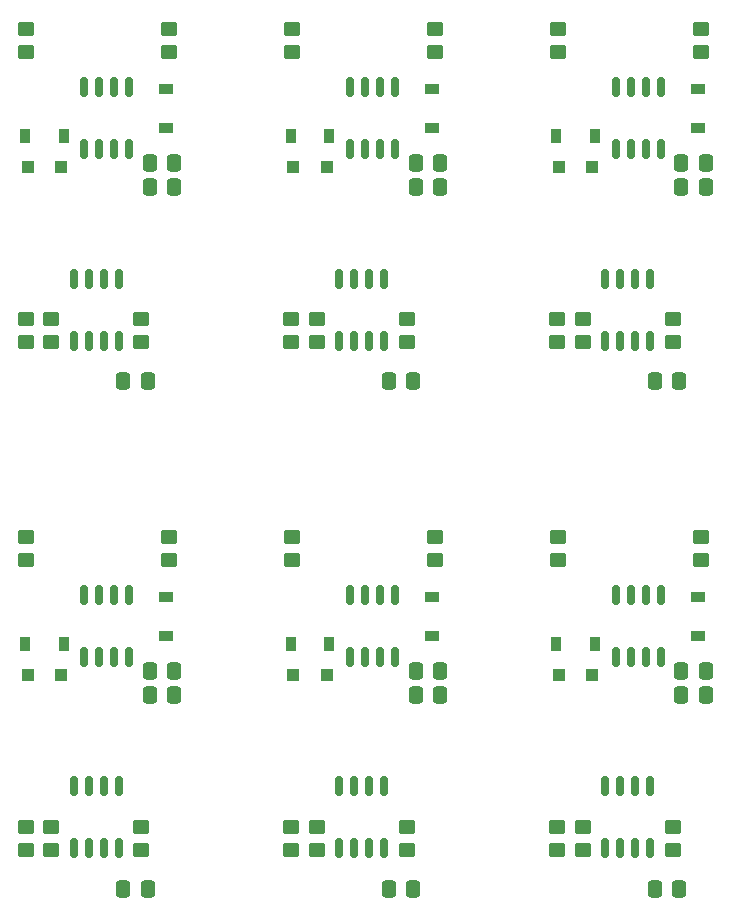
<source format=gbr>
%TF.GenerationSoftware,KiCad,Pcbnew,(6.0.8)*%
%TF.CreationDate,2023-05-03T14:57:18+02:00*%
%TF.ProjectId,Floppy Board v3.1,466c6f70-7079-4204-926f-617264207633,3.0*%
%TF.SameCoordinates,Original*%
%TF.FileFunction,Paste,Bot*%
%TF.FilePolarity,Positive*%
%FSLAX46Y46*%
G04 Gerber Fmt 4.6, Leading zero omitted, Abs format (unit mm)*
G04 Created by KiCad (PCBNEW (6.0.8)) date 2023-05-03 14:57:18*
%MOMM*%
%LPD*%
G01*
G04 APERTURE LIST*
G04 Aperture macros list*
%AMRoundRect*
0 Rectangle with rounded corners*
0 $1 Rounding radius*
0 $2 $3 $4 $5 $6 $7 $8 $9 X,Y pos of 4 corners*
0 Add a 4 corners polygon primitive as box body*
4,1,4,$2,$3,$4,$5,$6,$7,$8,$9,$2,$3,0*
0 Add four circle primitives for the rounded corners*
1,1,$1+$1,$2,$3*
1,1,$1+$1,$4,$5*
1,1,$1+$1,$6,$7*
1,1,$1+$1,$8,$9*
0 Add four rect primitives between the rounded corners*
20,1,$1+$1,$2,$3,$4,$5,0*
20,1,$1+$1,$4,$5,$6,$7,0*
20,1,$1+$1,$6,$7,$8,$9,0*
20,1,$1+$1,$8,$9,$2,$3,0*%
G04 Aperture macros list end*
%ADD10R,1.200000X0.900000*%
%ADD11RoundRect,0.250000X0.450000X-0.350000X0.450000X0.350000X-0.450000X0.350000X-0.450000X-0.350000X0*%
%ADD12R,0.900000X1.200000*%
%ADD13RoundRect,0.250000X-0.337500X-0.475000X0.337500X-0.475000X0.337500X0.475000X-0.337500X0.475000X0*%
%ADD14RoundRect,0.250000X-0.450000X0.350000X-0.450000X-0.350000X0.450000X-0.350000X0.450000X0.350000X0*%
%ADD15R,1.100000X1.100000*%
%ADD16RoundRect,0.150000X-0.150000X0.675000X-0.150000X-0.675000X0.150000X-0.675000X0.150000X0.675000X0*%
%ADD17RoundRect,0.150000X0.150000X-0.675000X0.150000X0.675000X-0.150000X0.675000X-0.150000X-0.675000X0*%
G04 APERTURE END LIST*
D10*
%TO.C,D1*%
X167843200Y-109114400D03*
X167843200Y-105814400D03*
%TD*%
D11*
%TO.C,R3*%
X158115000Y-127235000D03*
X158115000Y-125235000D03*
%TD*%
%TO.C,R7*%
X168097200Y-102673200D03*
X168097200Y-100673200D03*
%TD*%
D12*
%TO.C,D5*%
X159180800Y-109750400D03*
X155880800Y-109750400D03*
%TD*%
D13*
%TO.C,C3*%
X164214900Y-130476800D03*
X166289900Y-130476800D03*
%TD*%
D14*
%TO.C,R6*%
X156006800Y-100673200D03*
X156006800Y-102673200D03*
%TD*%
D13*
%TO.C,C8*%
X166475500Y-114119200D03*
X168550500Y-114119200D03*
%TD*%
D15*
%TO.C,D3*%
X156130800Y-112392000D03*
X158930800Y-112392000D03*
%TD*%
D16*
%TO.C,U4*%
X160909000Y-105652200D03*
X162179000Y-105652200D03*
X163449000Y-105652200D03*
X164719000Y-105652200D03*
X164719000Y-110902200D03*
X163449000Y-110902200D03*
X162179000Y-110902200D03*
X160909000Y-110902200D03*
%TD*%
D13*
%TO.C,C9*%
X166475500Y-112087200D03*
X168550500Y-112087200D03*
%TD*%
D14*
%TO.C,R1*%
X165735000Y-125235000D03*
X165735000Y-127235000D03*
%TD*%
%TO.C,R2*%
X155956000Y-125235000D03*
X155956000Y-127235000D03*
%TD*%
D17*
%TO.C,U2*%
X163830000Y-127082000D03*
X162560000Y-127082000D03*
X161290000Y-127082000D03*
X160020000Y-127082000D03*
X160020000Y-121832000D03*
X161290000Y-121832000D03*
X162560000Y-121832000D03*
X163830000Y-121832000D03*
%TD*%
D10*
%TO.C,D1*%
X167843200Y-66114400D03*
X167843200Y-62814400D03*
%TD*%
D11*
%TO.C,R3*%
X158115000Y-84235000D03*
X158115000Y-82235000D03*
%TD*%
%TO.C,R7*%
X168097200Y-59673200D03*
X168097200Y-57673200D03*
%TD*%
D12*
%TO.C,D5*%
X159180800Y-66750400D03*
X155880800Y-66750400D03*
%TD*%
D13*
%TO.C,C3*%
X164214900Y-87476800D03*
X166289900Y-87476800D03*
%TD*%
D14*
%TO.C,R6*%
X156006800Y-57673200D03*
X156006800Y-59673200D03*
%TD*%
D13*
%TO.C,C8*%
X166475500Y-71119200D03*
X168550500Y-71119200D03*
%TD*%
D15*
%TO.C,D3*%
X156130800Y-69392000D03*
X158930800Y-69392000D03*
%TD*%
D16*
%TO.C,U4*%
X160909000Y-62652200D03*
X162179000Y-62652200D03*
X163449000Y-62652200D03*
X164719000Y-62652200D03*
X164719000Y-67902200D03*
X163449000Y-67902200D03*
X162179000Y-67902200D03*
X160909000Y-67902200D03*
%TD*%
D13*
%TO.C,C9*%
X166475500Y-69087200D03*
X168550500Y-69087200D03*
%TD*%
D14*
%TO.C,R1*%
X165735000Y-82235000D03*
X165735000Y-84235000D03*
%TD*%
%TO.C,R2*%
X155956000Y-82235000D03*
X155956000Y-84235000D03*
%TD*%
D17*
%TO.C,U2*%
X163830000Y-84082000D03*
X162560000Y-84082000D03*
X161290000Y-84082000D03*
X160020000Y-84082000D03*
X160020000Y-78832000D03*
X161290000Y-78832000D03*
X162560000Y-78832000D03*
X163830000Y-78832000D03*
%TD*%
D10*
%TO.C,D1*%
X145343200Y-109114400D03*
X145343200Y-105814400D03*
%TD*%
D11*
%TO.C,R3*%
X135615000Y-127235000D03*
X135615000Y-125235000D03*
%TD*%
%TO.C,R7*%
X145597200Y-102673200D03*
X145597200Y-100673200D03*
%TD*%
D12*
%TO.C,D5*%
X136680800Y-109750400D03*
X133380800Y-109750400D03*
%TD*%
D13*
%TO.C,C3*%
X141714900Y-130476800D03*
X143789900Y-130476800D03*
%TD*%
D14*
%TO.C,R6*%
X133506800Y-100673200D03*
X133506800Y-102673200D03*
%TD*%
D13*
%TO.C,C8*%
X143975500Y-114119200D03*
X146050500Y-114119200D03*
%TD*%
D15*
%TO.C,D3*%
X133630800Y-112392000D03*
X136430800Y-112392000D03*
%TD*%
D16*
%TO.C,U4*%
X138409000Y-105652200D03*
X139679000Y-105652200D03*
X140949000Y-105652200D03*
X142219000Y-105652200D03*
X142219000Y-110902200D03*
X140949000Y-110902200D03*
X139679000Y-110902200D03*
X138409000Y-110902200D03*
%TD*%
D13*
%TO.C,C9*%
X143975500Y-112087200D03*
X146050500Y-112087200D03*
%TD*%
D14*
%TO.C,R1*%
X143235000Y-125235000D03*
X143235000Y-127235000D03*
%TD*%
%TO.C,R2*%
X133456000Y-125235000D03*
X133456000Y-127235000D03*
%TD*%
D17*
%TO.C,U2*%
X141330000Y-127082000D03*
X140060000Y-127082000D03*
X138790000Y-127082000D03*
X137520000Y-127082000D03*
X137520000Y-121832000D03*
X138790000Y-121832000D03*
X140060000Y-121832000D03*
X141330000Y-121832000D03*
%TD*%
D10*
%TO.C,D1*%
X145343200Y-66114400D03*
X145343200Y-62814400D03*
%TD*%
D11*
%TO.C,R3*%
X135615000Y-84235000D03*
X135615000Y-82235000D03*
%TD*%
%TO.C,R7*%
X145597200Y-59673200D03*
X145597200Y-57673200D03*
%TD*%
D12*
%TO.C,D5*%
X136680800Y-66750400D03*
X133380800Y-66750400D03*
%TD*%
D13*
%TO.C,C3*%
X141714900Y-87476800D03*
X143789900Y-87476800D03*
%TD*%
D14*
%TO.C,R6*%
X133506800Y-57673200D03*
X133506800Y-59673200D03*
%TD*%
D13*
%TO.C,C8*%
X143975500Y-71119200D03*
X146050500Y-71119200D03*
%TD*%
D15*
%TO.C,D3*%
X133630800Y-69392000D03*
X136430800Y-69392000D03*
%TD*%
D16*
%TO.C,U4*%
X138409000Y-62652200D03*
X139679000Y-62652200D03*
X140949000Y-62652200D03*
X142219000Y-62652200D03*
X142219000Y-67902200D03*
X140949000Y-67902200D03*
X139679000Y-67902200D03*
X138409000Y-67902200D03*
%TD*%
D13*
%TO.C,C9*%
X143975500Y-69087200D03*
X146050500Y-69087200D03*
%TD*%
D14*
%TO.C,R1*%
X143235000Y-82235000D03*
X143235000Y-84235000D03*
%TD*%
%TO.C,R2*%
X133456000Y-82235000D03*
X133456000Y-84235000D03*
%TD*%
D17*
%TO.C,U2*%
X141330000Y-84082000D03*
X140060000Y-84082000D03*
X138790000Y-84082000D03*
X137520000Y-84082000D03*
X137520000Y-78832000D03*
X138790000Y-78832000D03*
X140060000Y-78832000D03*
X141330000Y-78832000D03*
%TD*%
D10*
%TO.C,D1*%
X122843200Y-109114400D03*
X122843200Y-105814400D03*
%TD*%
D11*
%TO.C,R3*%
X113115000Y-127235000D03*
X113115000Y-125235000D03*
%TD*%
%TO.C,R7*%
X123097200Y-102673200D03*
X123097200Y-100673200D03*
%TD*%
D12*
%TO.C,D5*%
X114180800Y-109750400D03*
X110880800Y-109750400D03*
%TD*%
D13*
%TO.C,C3*%
X119214900Y-130476800D03*
X121289900Y-130476800D03*
%TD*%
D14*
%TO.C,R6*%
X111006800Y-100673200D03*
X111006800Y-102673200D03*
%TD*%
D13*
%TO.C,C8*%
X121475500Y-114119200D03*
X123550500Y-114119200D03*
%TD*%
D15*
%TO.C,D3*%
X111130800Y-112392000D03*
X113930800Y-112392000D03*
%TD*%
D16*
%TO.C,U4*%
X115909000Y-105652200D03*
X117179000Y-105652200D03*
X118449000Y-105652200D03*
X119719000Y-105652200D03*
X119719000Y-110902200D03*
X118449000Y-110902200D03*
X117179000Y-110902200D03*
X115909000Y-110902200D03*
%TD*%
D13*
%TO.C,C9*%
X121475500Y-112087200D03*
X123550500Y-112087200D03*
%TD*%
D14*
%TO.C,R1*%
X120735000Y-125235000D03*
X120735000Y-127235000D03*
%TD*%
%TO.C,R2*%
X110956000Y-125235000D03*
X110956000Y-127235000D03*
%TD*%
D17*
%TO.C,U2*%
X118830000Y-127082000D03*
X117560000Y-127082000D03*
X116290000Y-127082000D03*
X115020000Y-127082000D03*
X115020000Y-121832000D03*
X116290000Y-121832000D03*
X117560000Y-121832000D03*
X118830000Y-121832000D03*
%TD*%
D14*
%TO.C,R1*%
X120735000Y-82235000D03*
X120735000Y-84235000D03*
%TD*%
D17*
%TO.C,U2*%
X118830000Y-84082000D03*
X117560000Y-84082000D03*
X116290000Y-84082000D03*
X115020000Y-84082000D03*
X115020000Y-78832000D03*
X116290000Y-78832000D03*
X117560000Y-78832000D03*
X118830000Y-78832000D03*
%TD*%
D14*
%TO.C,R2*%
X110956000Y-82235000D03*
X110956000Y-84235000D03*
%TD*%
D13*
%TO.C,C8*%
X121475500Y-71119200D03*
X123550500Y-71119200D03*
%TD*%
%TO.C,C3*%
X119214900Y-87476800D03*
X121289900Y-87476800D03*
%TD*%
D10*
%TO.C,D1*%
X122843200Y-66114400D03*
X122843200Y-62814400D03*
%TD*%
D12*
%TO.C,D5*%
X114180800Y-66750400D03*
X110880800Y-66750400D03*
%TD*%
D16*
%TO.C,U4*%
X115909000Y-62652200D03*
X117179000Y-62652200D03*
X118449000Y-62652200D03*
X119719000Y-62652200D03*
X119719000Y-67902200D03*
X118449000Y-67902200D03*
X117179000Y-67902200D03*
X115909000Y-67902200D03*
%TD*%
D11*
%TO.C,R7*%
X123097200Y-59673200D03*
X123097200Y-57673200D03*
%TD*%
D14*
%TO.C,R6*%
X111006800Y-57673200D03*
X111006800Y-59673200D03*
%TD*%
D11*
%TO.C,R3*%
X113115000Y-84235000D03*
X113115000Y-82235000D03*
%TD*%
D15*
%TO.C,D3*%
X111130800Y-69392000D03*
X113930800Y-69392000D03*
%TD*%
D13*
%TO.C,C9*%
X121475500Y-69087200D03*
X123550500Y-69087200D03*
%TD*%
M02*

</source>
